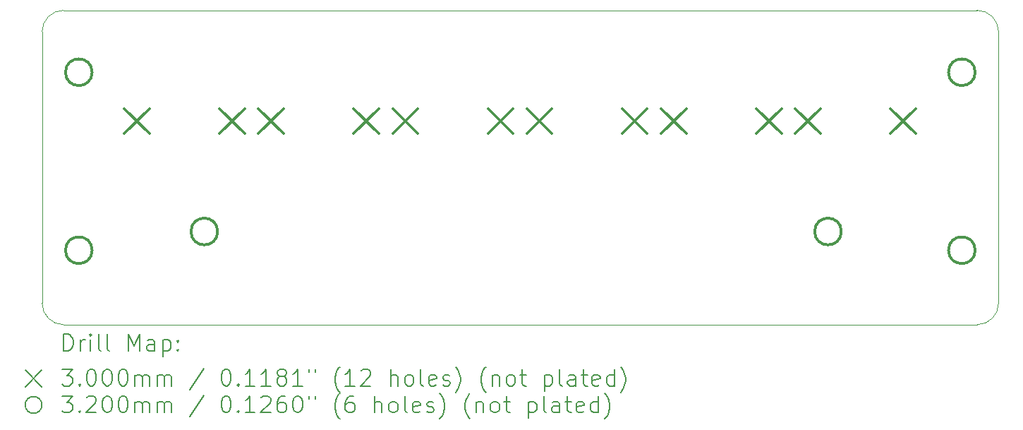
<source format=gbr>
%TF.GenerationSoftware,KiCad,Pcbnew,8.0.1*%
%TF.CreationDate,2024-07-20T21:14:03+01:00*%
%TF.ProjectId,MICRO_TRUNK_6_MAIN,4d494352-4f5f-4545-9255-4e4b5f365f4d,rev?*%
%TF.SameCoordinates,Original*%
%TF.FileFunction,Drillmap*%
%TF.FilePolarity,Positive*%
%FSLAX45Y45*%
G04 Gerber Fmt 4.5, Leading zero omitted, Abs format (unit mm)*
G04 Created by KiCad (PCBNEW 8.0.1) date 2024-07-20 21:14:03*
%MOMM*%
%LPD*%
G01*
G04 APERTURE LIST*
%ADD10C,0.050000*%
%ADD11C,0.200000*%
%ADD12C,0.300000*%
%ADD13C,0.320000*%
G04 APERTURE END LIST*
D10*
X8724396Y-7887735D02*
G75*
G02*
X8981374Y-7630239I257497J0D01*
G01*
X20202896Y-11142340D02*
G75*
G02*
X19945917Y-11399838I-257503J4D01*
G01*
X8981374Y-7630236D02*
X19945000Y-7630000D01*
X19945917Y-11399840D02*
X8981791Y-11399471D01*
X8981791Y-11399471D02*
G75*
G02*
X8724297Y-11142493I11J257506D01*
G01*
X8724292Y-11142493D02*
X8724396Y-7887735D01*
X19945000Y-7630000D02*
G75*
G02*
X20202508Y-7886979I-8J-257516D01*
G01*
X20202896Y-11142340D02*
X20202500Y-7886979D01*
D11*
D12*
X9710112Y-8807896D02*
X10010112Y-9107896D01*
X10010112Y-8807896D02*
X9710112Y-9107896D01*
X10853112Y-8807896D02*
X11153112Y-9107896D01*
X11153112Y-8807896D02*
X10853112Y-9107896D01*
X11321112Y-8807896D02*
X11621112Y-9107896D01*
X11621112Y-8807896D02*
X11321112Y-9107896D01*
X12464112Y-8807896D02*
X12764112Y-9107896D01*
X12764112Y-8807896D02*
X12464112Y-9107896D01*
X12932112Y-8807896D02*
X13232112Y-9107896D01*
X13232112Y-8807896D02*
X12932112Y-9107896D01*
X14075112Y-8807896D02*
X14375112Y-9107896D01*
X14375112Y-8807896D02*
X14075112Y-9107896D01*
X14543112Y-8807896D02*
X14843112Y-9107896D01*
X14843112Y-8807896D02*
X14543112Y-9107896D01*
X15686112Y-8807896D02*
X15986112Y-9107896D01*
X15986112Y-8807896D02*
X15686112Y-9107896D01*
X16154112Y-8807896D02*
X16454112Y-9107896D01*
X16454112Y-8807896D02*
X16154112Y-9107896D01*
X17297112Y-8807896D02*
X17597112Y-9107896D01*
X17597112Y-8807896D02*
X17297112Y-9107896D01*
X17765112Y-8807896D02*
X18065112Y-9107896D01*
X18065112Y-8807896D02*
X17765112Y-9107896D01*
X18908112Y-8807896D02*
X19208112Y-9107896D01*
X19208112Y-8807896D02*
X18908112Y-9107896D01*
D13*
X9324896Y-8372618D02*
G75*
G02*
X9004896Y-8372618I-160000J0D01*
G01*
X9004896Y-8372618D02*
G75*
G02*
X9324896Y-8372618I160000J0D01*
G01*
X9324896Y-10507222D02*
G75*
G02*
X9004896Y-10507222I-160000J0D01*
G01*
X9004896Y-10507222D02*
G75*
G02*
X9324896Y-10507222I160000J0D01*
G01*
X10831112Y-10282496D02*
G75*
G02*
X10511112Y-10282496I-160000J0D01*
G01*
X10511112Y-10282496D02*
G75*
G02*
X10831112Y-10282496I160000J0D01*
G01*
X18316112Y-10282496D02*
G75*
G02*
X17996112Y-10282496I-160000J0D01*
G01*
X17996112Y-10282496D02*
G75*
G02*
X18316112Y-10282496I160000J0D01*
G01*
X19921896Y-8372618D02*
G75*
G02*
X19601896Y-8372618I-160000J0D01*
G01*
X19601896Y-8372618D02*
G75*
G02*
X19921896Y-8372618I160000J0D01*
G01*
X19921896Y-10507222D02*
G75*
G02*
X19601896Y-10507222I-160000J0D01*
G01*
X19601896Y-10507222D02*
G75*
G02*
X19921896Y-10507222I160000J0D01*
G01*
D11*
X8982569Y-11713823D02*
X8982569Y-11513823D01*
X8982569Y-11513823D02*
X9030188Y-11513823D01*
X9030188Y-11513823D02*
X9058759Y-11523347D01*
X9058759Y-11523347D02*
X9077807Y-11542395D01*
X9077807Y-11542395D02*
X9087331Y-11561442D01*
X9087331Y-11561442D02*
X9096854Y-11599538D01*
X9096854Y-11599538D02*
X9096854Y-11628109D01*
X9096854Y-11628109D02*
X9087331Y-11666204D01*
X9087331Y-11666204D02*
X9077807Y-11685252D01*
X9077807Y-11685252D02*
X9058759Y-11704300D01*
X9058759Y-11704300D02*
X9030188Y-11713823D01*
X9030188Y-11713823D02*
X8982569Y-11713823D01*
X9182569Y-11713823D02*
X9182569Y-11580490D01*
X9182569Y-11618585D02*
X9192092Y-11599538D01*
X9192092Y-11599538D02*
X9201616Y-11590014D01*
X9201616Y-11590014D02*
X9220664Y-11580490D01*
X9220664Y-11580490D02*
X9239712Y-11580490D01*
X9306378Y-11713823D02*
X9306378Y-11580490D01*
X9306378Y-11513823D02*
X9296854Y-11523347D01*
X9296854Y-11523347D02*
X9306378Y-11532871D01*
X9306378Y-11532871D02*
X9315902Y-11523347D01*
X9315902Y-11523347D02*
X9306378Y-11513823D01*
X9306378Y-11513823D02*
X9306378Y-11532871D01*
X9430188Y-11713823D02*
X9411140Y-11704300D01*
X9411140Y-11704300D02*
X9401616Y-11685252D01*
X9401616Y-11685252D02*
X9401616Y-11513823D01*
X9534950Y-11713823D02*
X9515902Y-11704300D01*
X9515902Y-11704300D02*
X9506378Y-11685252D01*
X9506378Y-11685252D02*
X9506378Y-11513823D01*
X9763521Y-11713823D02*
X9763521Y-11513823D01*
X9763521Y-11513823D02*
X9830188Y-11656680D01*
X9830188Y-11656680D02*
X9896854Y-11513823D01*
X9896854Y-11513823D02*
X9896854Y-11713823D01*
X10077807Y-11713823D02*
X10077807Y-11609061D01*
X10077807Y-11609061D02*
X10068283Y-11590014D01*
X10068283Y-11590014D02*
X10049235Y-11580490D01*
X10049235Y-11580490D02*
X10011140Y-11580490D01*
X10011140Y-11580490D02*
X9992092Y-11590014D01*
X10077807Y-11704300D02*
X10058759Y-11713823D01*
X10058759Y-11713823D02*
X10011140Y-11713823D01*
X10011140Y-11713823D02*
X9992092Y-11704300D01*
X9992092Y-11704300D02*
X9982569Y-11685252D01*
X9982569Y-11685252D02*
X9982569Y-11666204D01*
X9982569Y-11666204D02*
X9992092Y-11647157D01*
X9992092Y-11647157D02*
X10011140Y-11637633D01*
X10011140Y-11637633D02*
X10058759Y-11637633D01*
X10058759Y-11637633D02*
X10077807Y-11628109D01*
X10173045Y-11580490D02*
X10173045Y-11780490D01*
X10173045Y-11590014D02*
X10192092Y-11580490D01*
X10192092Y-11580490D02*
X10230188Y-11580490D01*
X10230188Y-11580490D02*
X10249235Y-11590014D01*
X10249235Y-11590014D02*
X10258759Y-11599538D01*
X10258759Y-11599538D02*
X10268283Y-11618585D01*
X10268283Y-11618585D02*
X10268283Y-11675728D01*
X10268283Y-11675728D02*
X10258759Y-11694776D01*
X10258759Y-11694776D02*
X10249235Y-11704300D01*
X10249235Y-11704300D02*
X10230188Y-11713823D01*
X10230188Y-11713823D02*
X10192092Y-11713823D01*
X10192092Y-11713823D02*
X10173045Y-11704300D01*
X10353997Y-11694776D02*
X10363521Y-11704300D01*
X10363521Y-11704300D02*
X10353997Y-11713823D01*
X10353997Y-11713823D02*
X10344473Y-11704300D01*
X10344473Y-11704300D02*
X10353997Y-11694776D01*
X10353997Y-11694776D02*
X10353997Y-11713823D01*
X10353997Y-11590014D02*
X10363521Y-11599538D01*
X10363521Y-11599538D02*
X10353997Y-11609061D01*
X10353997Y-11609061D02*
X10344473Y-11599538D01*
X10344473Y-11599538D02*
X10353997Y-11590014D01*
X10353997Y-11590014D02*
X10353997Y-11609061D01*
X8521792Y-11942340D02*
X8721792Y-12142340D01*
X8721792Y-11942340D02*
X8521792Y-12142340D01*
X8963521Y-11933823D02*
X9087331Y-11933823D01*
X9087331Y-11933823D02*
X9020664Y-12010014D01*
X9020664Y-12010014D02*
X9049235Y-12010014D01*
X9049235Y-12010014D02*
X9068283Y-12019538D01*
X9068283Y-12019538D02*
X9077807Y-12029061D01*
X9077807Y-12029061D02*
X9087331Y-12048109D01*
X9087331Y-12048109D02*
X9087331Y-12095728D01*
X9087331Y-12095728D02*
X9077807Y-12114776D01*
X9077807Y-12114776D02*
X9068283Y-12124300D01*
X9068283Y-12124300D02*
X9049235Y-12133823D01*
X9049235Y-12133823D02*
X8992092Y-12133823D01*
X8992092Y-12133823D02*
X8973045Y-12124300D01*
X8973045Y-12124300D02*
X8963521Y-12114776D01*
X9173045Y-12114776D02*
X9182569Y-12124300D01*
X9182569Y-12124300D02*
X9173045Y-12133823D01*
X9173045Y-12133823D02*
X9163521Y-12124300D01*
X9163521Y-12124300D02*
X9173045Y-12114776D01*
X9173045Y-12114776D02*
X9173045Y-12133823D01*
X9306378Y-11933823D02*
X9325426Y-11933823D01*
X9325426Y-11933823D02*
X9344473Y-11943347D01*
X9344473Y-11943347D02*
X9353997Y-11952871D01*
X9353997Y-11952871D02*
X9363521Y-11971919D01*
X9363521Y-11971919D02*
X9373045Y-12010014D01*
X9373045Y-12010014D02*
X9373045Y-12057633D01*
X9373045Y-12057633D02*
X9363521Y-12095728D01*
X9363521Y-12095728D02*
X9353997Y-12114776D01*
X9353997Y-12114776D02*
X9344473Y-12124300D01*
X9344473Y-12124300D02*
X9325426Y-12133823D01*
X9325426Y-12133823D02*
X9306378Y-12133823D01*
X9306378Y-12133823D02*
X9287331Y-12124300D01*
X9287331Y-12124300D02*
X9277807Y-12114776D01*
X9277807Y-12114776D02*
X9268283Y-12095728D01*
X9268283Y-12095728D02*
X9258759Y-12057633D01*
X9258759Y-12057633D02*
X9258759Y-12010014D01*
X9258759Y-12010014D02*
X9268283Y-11971919D01*
X9268283Y-11971919D02*
X9277807Y-11952871D01*
X9277807Y-11952871D02*
X9287331Y-11943347D01*
X9287331Y-11943347D02*
X9306378Y-11933823D01*
X9496854Y-11933823D02*
X9515902Y-11933823D01*
X9515902Y-11933823D02*
X9534950Y-11943347D01*
X9534950Y-11943347D02*
X9544473Y-11952871D01*
X9544473Y-11952871D02*
X9553997Y-11971919D01*
X9553997Y-11971919D02*
X9563521Y-12010014D01*
X9563521Y-12010014D02*
X9563521Y-12057633D01*
X9563521Y-12057633D02*
X9553997Y-12095728D01*
X9553997Y-12095728D02*
X9544473Y-12114776D01*
X9544473Y-12114776D02*
X9534950Y-12124300D01*
X9534950Y-12124300D02*
X9515902Y-12133823D01*
X9515902Y-12133823D02*
X9496854Y-12133823D01*
X9496854Y-12133823D02*
X9477807Y-12124300D01*
X9477807Y-12124300D02*
X9468283Y-12114776D01*
X9468283Y-12114776D02*
X9458759Y-12095728D01*
X9458759Y-12095728D02*
X9449235Y-12057633D01*
X9449235Y-12057633D02*
X9449235Y-12010014D01*
X9449235Y-12010014D02*
X9458759Y-11971919D01*
X9458759Y-11971919D02*
X9468283Y-11952871D01*
X9468283Y-11952871D02*
X9477807Y-11943347D01*
X9477807Y-11943347D02*
X9496854Y-11933823D01*
X9687331Y-11933823D02*
X9706378Y-11933823D01*
X9706378Y-11933823D02*
X9725426Y-11943347D01*
X9725426Y-11943347D02*
X9734950Y-11952871D01*
X9734950Y-11952871D02*
X9744473Y-11971919D01*
X9744473Y-11971919D02*
X9753997Y-12010014D01*
X9753997Y-12010014D02*
X9753997Y-12057633D01*
X9753997Y-12057633D02*
X9744473Y-12095728D01*
X9744473Y-12095728D02*
X9734950Y-12114776D01*
X9734950Y-12114776D02*
X9725426Y-12124300D01*
X9725426Y-12124300D02*
X9706378Y-12133823D01*
X9706378Y-12133823D02*
X9687331Y-12133823D01*
X9687331Y-12133823D02*
X9668283Y-12124300D01*
X9668283Y-12124300D02*
X9658759Y-12114776D01*
X9658759Y-12114776D02*
X9649235Y-12095728D01*
X9649235Y-12095728D02*
X9639712Y-12057633D01*
X9639712Y-12057633D02*
X9639712Y-12010014D01*
X9639712Y-12010014D02*
X9649235Y-11971919D01*
X9649235Y-11971919D02*
X9658759Y-11952871D01*
X9658759Y-11952871D02*
X9668283Y-11943347D01*
X9668283Y-11943347D02*
X9687331Y-11933823D01*
X9839712Y-12133823D02*
X9839712Y-12000490D01*
X9839712Y-12019538D02*
X9849235Y-12010014D01*
X9849235Y-12010014D02*
X9868283Y-12000490D01*
X9868283Y-12000490D02*
X9896854Y-12000490D01*
X9896854Y-12000490D02*
X9915902Y-12010014D01*
X9915902Y-12010014D02*
X9925426Y-12029061D01*
X9925426Y-12029061D02*
X9925426Y-12133823D01*
X9925426Y-12029061D02*
X9934950Y-12010014D01*
X9934950Y-12010014D02*
X9953997Y-12000490D01*
X9953997Y-12000490D02*
X9982569Y-12000490D01*
X9982569Y-12000490D02*
X10001616Y-12010014D01*
X10001616Y-12010014D02*
X10011140Y-12029061D01*
X10011140Y-12029061D02*
X10011140Y-12133823D01*
X10106378Y-12133823D02*
X10106378Y-12000490D01*
X10106378Y-12019538D02*
X10115902Y-12010014D01*
X10115902Y-12010014D02*
X10134950Y-12000490D01*
X10134950Y-12000490D02*
X10163521Y-12000490D01*
X10163521Y-12000490D02*
X10182569Y-12010014D01*
X10182569Y-12010014D02*
X10192093Y-12029061D01*
X10192093Y-12029061D02*
X10192093Y-12133823D01*
X10192093Y-12029061D02*
X10201616Y-12010014D01*
X10201616Y-12010014D02*
X10220664Y-12000490D01*
X10220664Y-12000490D02*
X10249235Y-12000490D01*
X10249235Y-12000490D02*
X10268283Y-12010014D01*
X10268283Y-12010014D02*
X10277807Y-12029061D01*
X10277807Y-12029061D02*
X10277807Y-12133823D01*
X10668283Y-11924300D02*
X10496855Y-12181442D01*
X10925426Y-11933823D02*
X10944474Y-11933823D01*
X10944474Y-11933823D02*
X10963521Y-11943347D01*
X10963521Y-11943347D02*
X10973045Y-11952871D01*
X10973045Y-11952871D02*
X10982569Y-11971919D01*
X10982569Y-11971919D02*
X10992093Y-12010014D01*
X10992093Y-12010014D02*
X10992093Y-12057633D01*
X10992093Y-12057633D02*
X10982569Y-12095728D01*
X10982569Y-12095728D02*
X10973045Y-12114776D01*
X10973045Y-12114776D02*
X10963521Y-12124300D01*
X10963521Y-12124300D02*
X10944474Y-12133823D01*
X10944474Y-12133823D02*
X10925426Y-12133823D01*
X10925426Y-12133823D02*
X10906378Y-12124300D01*
X10906378Y-12124300D02*
X10896855Y-12114776D01*
X10896855Y-12114776D02*
X10887331Y-12095728D01*
X10887331Y-12095728D02*
X10877807Y-12057633D01*
X10877807Y-12057633D02*
X10877807Y-12010014D01*
X10877807Y-12010014D02*
X10887331Y-11971919D01*
X10887331Y-11971919D02*
X10896855Y-11952871D01*
X10896855Y-11952871D02*
X10906378Y-11943347D01*
X10906378Y-11943347D02*
X10925426Y-11933823D01*
X11077807Y-12114776D02*
X11087331Y-12124300D01*
X11087331Y-12124300D02*
X11077807Y-12133823D01*
X11077807Y-12133823D02*
X11068283Y-12124300D01*
X11068283Y-12124300D02*
X11077807Y-12114776D01*
X11077807Y-12114776D02*
X11077807Y-12133823D01*
X11277807Y-12133823D02*
X11163521Y-12133823D01*
X11220664Y-12133823D02*
X11220664Y-11933823D01*
X11220664Y-11933823D02*
X11201616Y-11962395D01*
X11201616Y-11962395D02*
X11182569Y-11981442D01*
X11182569Y-11981442D02*
X11163521Y-11990966D01*
X11468283Y-12133823D02*
X11353997Y-12133823D01*
X11411140Y-12133823D02*
X11411140Y-11933823D01*
X11411140Y-11933823D02*
X11392093Y-11962395D01*
X11392093Y-11962395D02*
X11373045Y-11981442D01*
X11373045Y-11981442D02*
X11353997Y-11990966D01*
X11582569Y-12019538D02*
X11563521Y-12010014D01*
X11563521Y-12010014D02*
X11553997Y-12000490D01*
X11553997Y-12000490D02*
X11544474Y-11981442D01*
X11544474Y-11981442D02*
X11544474Y-11971919D01*
X11544474Y-11971919D02*
X11553997Y-11952871D01*
X11553997Y-11952871D02*
X11563521Y-11943347D01*
X11563521Y-11943347D02*
X11582569Y-11933823D01*
X11582569Y-11933823D02*
X11620664Y-11933823D01*
X11620664Y-11933823D02*
X11639712Y-11943347D01*
X11639712Y-11943347D02*
X11649235Y-11952871D01*
X11649235Y-11952871D02*
X11658759Y-11971919D01*
X11658759Y-11971919D02*
X11658759Y-11981442D01*
X11658759Y-11981442D02*
X11649235Y-12000490D01*
X11649235Y-12000490D02*
X11639712Y-12010014D01*
X11639712Y-12010014D02*
X11620664Y-12019538D01*
X11620664Y-12019538D02*
X11582569Y-12019538D01*
X11582569Y-12019538D02*
X11563521Y-12029061D01*
X11563521Y-12029061D02*
X11553997Y-12038585D01*
X11553997Y-12038585D02*
X11544474Y-12057633D01*
X11544474Y-12057633D02*
X11544474Y-12095728D01*
X11544474Y-12095728D02*
X11553997Y-12114776D01*
X11553997Y-12114776D02*
X11563521Y-12124300D01*
X11563521Y-12124300D02*
X11582569Y-12133823D01*
X11582569Y-12133823D02*
X11620664Y-12133823D01*
X11620664Y-12133823D02*
X11639712Y-12124300D01*
X11639712Y-12124300D02*
X11649235Y-12114776D01*
X11649235Y-12114776D02*
X11658759Y-12095728D01*
X11658759Y-12095728D02*
X11658759Y-12057633D01*
X11658759Y-12057633D02*
X11649235Y-12038585D01*
X11649235Y-12038585D02*
X11639712Y-12029061D01*
X11639712Y-12029061D02*
X11620664Y-12019538D01*
X11849235Y-12133823D02*
X11734950Y-12133823D01*
X11792093Y-12133823D02*
X11792093Y-11933823D01*
X11792093Y-11933823D02*
X11773045Y-11962395D01*
X11773045Y-11962395D02*
X11753997Y-11981442D01*
X11753997Y-11981442D02*
X11734950Y-11990966D01*
X11925426Y-11933823D02*
X11925426Y-11971919D01*
X12001616Y-11933823D02*
X12001616Y-11971919D01*
X12296855Y-12210014D02*
X12287331Y-12200490D01*
X12287331Y-12200490D02*
X12268283Y-12171919D01*
X12268283Y-12171919D02*
X12258759Y-12152871D01*
X12258759Y-12152871D02*
X12249236Y-12124300D01*
X12249236Y-12124300D02*
X12239712Y-12076680D01*
X12239712Y-12076680D02*
X12239712Y-12038585D01*
X12239712Y-12038585D02*
X12249236Y-11990966D01*
X12249236Y-11990966D02*
X12258759Y-11962395D01*
X12258759Y-11962395D02*
X12268283Y-11943347D01*
X12268283Y-11943347D02*
X12287331Y-11914776D01*
X12287331Y-11914776D02*
X12296855Y-11905252D01*
X12477807Y-12133823D02*
X12363521Y-12133823D01*
X12420664Y-12133823D02*
X12420664Y-11933823D01*
X12420664Y-11933823D02*
X12401616Y-11962395D01*
X12401616Y-11962395D02*
X12382569Y-11981442D01*
X12382569Y-11981442D02*
X12363521Y-11990966D01*
X12553997Y-11952871D02*
X12563521Y-11943347D01*
X12563521Y-11943347D02*
X12582569Y-11933823D01*
X12582569Y-11933823D02*
X12630188Y-11933823D01*
X12630188Y-11933823D02*
X12649236Y-11943347D01*
X12649236Y-11943347D02*
X12658759Y-11952871D01*
X12658759Y-11952871D02*
X12668283Y-11971919D01*
X12668283Y-11971919D02*
X12668283Y-11990966D01*
X12668283Y-11990966D02*
X12658759Y-12019538D01*
X12658759Y-12019538D02*
X12544474Y-12133823D01*
X12544474Y-12133823D02*
X12668283Y-12133823D01*
X12906378Y-12133823D02*
X12906378Y-11933823D01*
X12992093Y-12133823D02*
X12992093Y-12029061D01*
X12992093Y-12029061D02*
X12982569Y-12010014D01*
X12982569Y-12010014D02*
X12963521Y-12000490D01*
X12963521Y-12000490D02*
X12934950Y-12000490D01*
X12934950Y-12000490D02*
X12915902Y-12010014D01*
X12915902Y-12010014D02*
X12906378Y-12019538D01*
X13115902Y-12133823D02*
X13096855Y-12124300D01*
X13096855Y-12124300D02*
X13087331Y-12114776D01*
X13087331Y-12114776D02*
X13077807Y-12095728D01*
X13077807Y-12095728D02*
X13077807Y-12038585D01*
X13077807Y-12038585D02*
X13087331Y-12019538D01*
X13087331Y-12019538D02*
X13096855Y-12010014D01*
X13096855Y-12010014D02*
X13115902Y-12000490D01*
X13115902Y-12000490D02*
X13144474Y-12000490D01*
X13144474Y-12000490D02*
X13163521Y-12010014D01*
X13163521Y-12010014D02*
X13173045Y-12019538D01*
X13173045Y-12019538D02*
X13182569Y-12038585D01*
X13182569Y-12038585D02*
X13182569Y-12095728D01*
X13182569Y-12095728D02*
X13173045Y-12114776D01*
X13173045Y-12114776D02*
X13163521Y-12124300D01*
X13163521Y-12124300D02*
X13144474Y-12133823D01*
X13144474Y-12133823D02*
X13115902Y-12133823D01*
X13296855Y-12133823D02*
X13277807Y-12124300D01*
X13277807Y-12124300D02*
X13268283Y-12105252D01*
X13268283Y-12105252D02*
X13268283Y-11933823D01*
X13449236Y-12124300D02*
X13430188Y-12133823D01*
X13430188Y-12133823D02*
X13392093Y-12133823D01*
X13392093Y-12133823D02*
X13373045Y-12124300D01*
X13373045Y-12124300D02*
X13363521Y-12105252D01*
X13363521Y-12105252D02*
X13363521Y-12029061D01*
X13363521Y-12029061D02*
X13373045Y-12010014D01*
X13373045Y-12010014D02*
X13392093Y-12000490D01*
X13392093Y-12000490D02*
X13430188Y-12000490D01*
X13430188Y-12000490D02*
X13449236Y-12010014D01*
X13449236Y-12010014D02*
X13458759Y-12029061D01*
X13458759Y-12029061D02*
X13458759Y-12048109D01*
X13458759Y-12048109D02*
X13363521Y-12067157D01*
X13534950Y-12124300D02*
X13553998Y-12133823D01*
X13553998Y-12133823D02*
X13592093Y-12133823D01*
X13592093Y-12133823D02*
X13611140Y-12124300D01*
X13611140Y-12124300D02*
X13620664Y-12105252D01*
X13620664Y-12105252D02*
X13620664Y-12095728D01*
X13620664Y-12095728D02*
X13611140Y-12076680D01*
X13611140Y-12076680D02*
X13592093Y-12067157D01*
X13592093Y-12067157D02*
X13563521Y-12067157D01*
X13563521Y-12067157D02*
X13544474Y-12057633D01*
X13544474Y-12057633D02*
X13534950Y-12038585D01*
X13534950Y-12038585D02*
X13534950Y-12029061D01*
X13534950Y-12029061D02*
X13544474Y-12010014D01*
X13544474Y-12010014D02*
X13563521Y-12000490D01*
X13563521Y-12000490D02*
X13592093Y-12000490D01*
X13592093Y-12000490D02*
X13611140Y-12010014D01*
X13687331Y-12210014D02*
X13696855Y-12200490D01*
X13696855Y-12200490D02*
X13715902Y-12171919D01*
X13715902Y-12171919D02*
X13725426Y-12152871D01*
X13725426Y-12152871D02*
X13734950Y-12124300D01*
X13734950Y-12124300D02*
X13744474Y-12076680D01*
X13744474Y-12076680D02*
X13744474Y-12038585D01*
X13744474Y-12038585D02*
X13734950Y-11990966D01*
X13734950Y-11990966D02*
X13725426Y-11962395D01*
X13725426Y-11962395D02*
X13715902Y-11943347D01*
X13715902Y-11943347D02*
X13696855Y-11914776D01*
X13696855Y-11914776D02*
X13687331Y-11905252D01*
X14049236Y-12210014D02*
X14039712Y-12200490D01*
X14039712Y-12200490D02*
X14020664Y-12171919D01*
X14020664Y-12171919D02*
X14011140Y-12152871D01*
X14011140Y-12152871D02*
X14001617Y-12124300D01*
X14001617Y-12124300D02*
X13992093Y-12076680D01*
X13992093Y-12076680D02*
X13992093Y-12038585D01*
X13992093Y-12038585D02*
X14001617Y-11990966D01*
X14001617Y-11990966D02*
X14011140Y-11962395D01*
X14011140Y-11962395D02*
X14020664Y-11943347D01*
X14020664Y-11943347D02*
X14039712Y-11914776D01*
X14039712Y-11914776D02*
X14049236Y-11905252D01*
X14125426Y-12000490D02*
X14125426Y-12133823D01*
X14125426Y-12019538D02*
X14134950Y-12010014D01*
X14134950Y-12010014D02*
X14153998Y-12000490D01*
X14153998Y-12000490D02*
X14182569Y-12000490D01*
X14182569Y-12000490D02*
X14201617Y-12010014D01*
X14201617Y-12010014D02*
X14211140Y-12029061D01*
X14211140Y-12029061D02*
X14211140Y-12133823D01*
X14334950Y-12133823D02*
X14315902Y-12124300D01*
X14315902Y-12124300D02*
X14306379Y-12114776D01*
X14306379Y-12114776D02*
X14296855Y-12095728D01*
X14296855Y-12095728D02*
X14296855Y-12038585D01*
X14296855Y-12038585D02*
X14306379Y-12019538D01*
X14306379Y-12019538D02*
X14315902Y-12010014D01*
X14315902Y-12010014D02*
X14334950Y-12000490D01*
X14334950Y-12000490D02*
X14363521Y-12000490D01*
X14363521Y-12000490D02*
X14382569Y-12010014D01*
X14382569Y-12010014D02*
X14392093Y-12019538D01*
X14392093Y-12019538D02*
X14401617Y-12038585D01*
X14401617Y-12038585D02*
X14401617Y-12095728D01*
X14401617Y-12095728D02*
X14392093Y-12114776D01*
X14392093Y-12114776D02*
X14382569Y-12124300D01*
X14382569Y-12124300D02*
X14363521Y-12133823D01*
X14363521Y-12133823D02*
X14334950Y-12133823D01*
X14458760Y-12000490D02*
X14534950Y-12000490D01*
X14487331Y-11933823D02*
X14487331Y-12105252D01*
X14487331Y-12105252D02*
X14496855Y-12124300D01*
X14496855Y-12124300D02*
X14515902Y-12133823D01*
X14515902Y-12133823D02*
X14534950Y-12133823D01*
X14753998Y-12000490D02*
X14753998Y-12200490D01*
X14753998Y-12010014D02*
X14773045Y-12000490D01*
X14773045Y-12000490D02*
X14811141Y-12000490D01*
X14811141Y-12000490D02*
X14830188Y-12010014D01*
X14830188Y-12010014D02*
X14839712Y-12019538D01*
X14839712Y-12019538D02*
X14849236Y-12038585D01*
X14849236Y-12038585D02*
X14849236Y-12095728D01*
X14849236Y-12095728D02*
X14839712Y-12114776D01*
X14839712Y-12114776D02*
X14830188Y-12124300D01*
X14830188Y-12124300D02*
X14811141Y-12133823D01*
X14811141Y-12133823D02*
X14773045Y-12133823D01*
X14773045Y-12133823D02*
X14753998Y-12124300D01*
X14963521Y-12133823D02*
X14944474Y-12124300D01*
X14944474Y-12124300D02*
X14934950Y-12105252D01*
X14934950Y-12105252D02*
X14934950Y-11933823D01*
X15125426Y-12133823D02*
X15125426Y-12029061D01*
X15125426Y-12029061D02*
X15115902Y-12010014D01*
X15115902Y-12010014D02*
X15096855Y-12000490D01*
X15096855Y-12000490D02*
X15058760Y-12000490D01*
X15058760Y-12000490D02*
X15039712Y-12010014D01*
X15125426Y-12124300D02*
X15106379Y-12133823D01*
X15106379Y-12133823D02*
X15058760Y-12133823D01*
X15058760Y-12133823D02*
X15039712Y-12124300D01*
X15039712Y-12124300D02*
X15030188Y-12105252D01*
X15030188Y-12105252D02*
X15030188Y-12086204D01*
X15030188Y-12086204D02*
X15039712Y-12067157D01*
X15039712Y-12067157D02*
X15058760Y-12057633D01*
X15058760Y-12057633D02*
X15106379Y-12057633D01*
X15106379Y-12057633D02*
X15125426Y-12048109D01*
X15192093Y-12000490D02*
X15268283Y-12000490D01*
X15220664Y-11933823D02*
X15220664Y-12105252D01*
X15220664Y-12105252D02*
X15230188Y-12124300D01*
X15230188Y-12124300D02*
X15249236Y-12133823D01*
X15249236Y-12133823D02*
X15268283Y-12133823D01*
X15411141Y-12124300D02*
X15392093Y-12133823D01*
X15392093Y-12133823D02*
X15353998Y-12133823D01*
X15353998Y-12133823D02*
X15334950Y-12124300D01*
X15334950Y-12124300D02*
X15325426Y-12105252D01*
X15325426Y-12105252D02*
X15325426Y-12029061D01*
X15325426Y-12029061D02*
X15334950Y-12010014D01*
X15334950Y-12010014D02*
X15353998Y-12000490D01*
X15353998Y-12000490D02*
X15392093Y-12000490D01*
X15392093Y-12000490D02*
X15411141Y-12010014D01*
X15411141Y-12010014D02*
X15420664Y-12029061D01*
X15420664Y-12029061D02*
X15420664Y-12048109D01*
X15420664Y-12048109D02*
X15325426Y-12067157D01*
X15592093Y-12133823D02*
X15592093Y-11933823D01*
X15592093Y-12124300D02*
X15573045Y-12133823D01*
X15573045Y-12133823D02*
X15534950Y-12133823D01*
X15534950Y-12133823D02*
X15515902Y-12124300D01*
X15515902Y-12124300D02*
X15506379Y-12114776D01*
X15506379Y-12114776D02*
X15496855Y-12095728D01*
X15496855Y-12095728D02*
X15496855Y-12038585D01*
X15496855Y-12038585D02*
X15506379Y-12019538D01*
X15506379Y-12019538D02*
X15515902Y-12010014D01*
X15515902Y-12010014D02*
X15534950Y-12000490D01*
X15534950Y-12000490D02*
X15573045Y-12000490D01*
X15573045Y-12000490D02*
X15592093Y-12010014D01*
X15668283Y-12210014D02*
X15677807Y-12200490D01*
X15677807Y-12200490D02*
X15696855Y-12171919D01*
X15696855Y-12171919D02*
X15706379Y-12152871D01*
X15706379Y-12152871D02*
X15715902Y-12124300D01*
X15715902Y-12124300D02*
X15725426Y-12076680D01*
X15725426Y-12076680D02*
X15725426Y-12038585D01*
X15725426Y-12038585D02*
X15715902Y-11990966D01*
X15715902Y-11990966D02*
X15706379Y-11962395D01*
X15706379Y-11962395D02*
X15696855Y-11943347D01*
X15696855Y-11943347D02*
X15677807Y-11914776D01*
X15677807Y-11914776D02*
X15668283Y-11905252D01*
X8721792Y-12362340D02*
G75*
G02*
X8521792Y-12362340I-100000J0D01*
G01*
X8521792Y-12362340D02*
G75*
G02*
X8721792Y-12362340I100000J0D01*
G01*
X8963521Y-12253823D02*
X9087331Y-12253823D01*
X9087331Y-12253823D02*
X9020664Y-12330014D01*
X9020664Y-12330014D02*
X9049235Y-12330014D01*
X9049235Y-12330014D02*
X9068283Y-12339538D01*
X9068283Y-12339538D02*
X9077807Y-12349061D01*
X9077807Y-12349061D02*
X9087331Y-12368109D01*
X9087331Y-12368109D02*
X9087331Y-12415728D01*
X9087331Y-12415728D02*
X9077807Y-12434776D01*
X9077807Y-12434776D02*
X9068283Y-12444300D01*
X9068283Y-12444300D02*
X9049235Y-12453823D01*
X9049235Y-12453823D02*
X8992092Y-12453823D01*
X8992092Y-12453823D02*
X8973045Y-12444300D01*
X8973045Y-12444300D02*
X8963521Y-12434776D01*
X9173045Y-12434776D02*
X9182569Y-12444300D01*
X9182569Y-12444300D02*
X9173045Y-12453823D01*
X9173045Y-12453823D02*
X9163521Y-12444300D01*
X9163521Y-12444300D02*
X9173045Y-12434776D01*
X9173045Y-12434776D02*
X9173045Y-12453823D01*
X9258759Y-12272871D02*
X9268283Y-12263347D01*
X9268283Y-12263347D02*
X9287331Y-12253823D01*
X9287331Y-12253823D02*
X9334950Y-12253823D01*
X9334950Y-12253823D02*
X9353997Y-12263347D01*
X9353997Y-12263347D02*
X9363521Y-12272871D01*
X9363521Y-12272871D02*
X9373045Y-12291919D01*
X9373045Y-12291919D02*
X9373045Y-12310966D01*
X9373045Y-12310966D02*
X9363521Y-12339538D01*
X9363521Y-12339538D02*
X9249235Y-12453823D01*
X9249235Y-12453823D02*
X9373045Y-12453823D01*
X9496854Y-12253823D02*
X9515902Y-12253823D01*
X9515902Y-12253823D02*
X9534950Y-12263347D01*
X9534950Y-12263347D02*
X9544473Y-12272871D01*
X9544473Y-12272871D02*
X9553997Y-12291919D01*
X9553997Y-12291919D02*
X9563521Y-12330014D01*
X9563521Y-12330014D02*
X9563521Y-12377633D01*
X9563521Y-12377633D02*
X9553997Y-12415728D01*
X9553997Y-12415728D02*
X9544473Y-12434776D01*
X9544473Y-12434776D02*
X9534950Y-12444300D01*
X9534950Y-12444300D02*
X9515902Y-12453823D01*
X9515902Y-12453823D02*
X9496854Y-12453823D01*
X9496854Y-12453823D02*
X9477807Y-12444300D01*
X9477807Y-12444300D02*
X9468283Y-12434776D01*
X9468283Y-12434776D02*
X9458759Y-12415728D01*
X9458759Y-12415728D02*
X9449235Y-12377633D01*
X9449235Y-12377633D02*
X9449235Y-12330014D01*
X9449235Y-12330014D02*
X9458759Y-12291919D01*
X9458759Y-12291919D02*
X9468283Y-12272871D01*
X9468283Y-12272871D02*
X9477807Y-12263347D01*
X9477807Y-12263347D02*
X9496854Y-12253823D01*
X9687331Y-12253823D02*
X9706378Y-12253823D01*
X9706378Y-12253823D02*
X9725426Y-12263347D01*
X9725426Y-12263347D02*
X9734950Y-12272871D01*
X9734950Y-12272871D02*
X9744473Y-12291919D01*
X9744473Y-12291919D02*
X9753997Y-12330014D01*
X9753997Y-12330014D02*
X9753997Y-12377633D01*
X9753997Y-12377633D02*
X9744473Y-12415728D01*
X9744473Y-12415728D02*
X9734950Y-12434776D01*
X9734950Y-12434776D02*
X9725426Y-12444300D01*
X9725426Y-12444300D02*
X9706378Y-12453823D01*
X9706378Y-12453823D02*
X9687331Y-12453823D01*
X9687331Y-12453823D02*
X9668283Y-12444300D01*
X9668283Y-12444300D02*
X9658759Y-12434776D01*
X9658759Y-12434776D02*
X9649235Y-12415728D01*
X9649235Y-12415728D02*
X9639712Y-12377633D01*
X9639712Y-12377633D02*
X9639712Y-12330014D01*
X9639712Y-12330014D02*
X9649235Y-12291919D01*
X9649235Y-12291919D02*
X9658759Y-12272871D01*
X9658759Y-12272871D02*
X9668283Y-12263347D01*
X9668283Y-12263347D02*
X9687331Y-12253823D01*
X9839712Y-12453823D02*
X9839712Y-12320490D01*
X9839712Y-12339538D02*
X9849235Y-12330014D01*
X9849235Y-12330014D02*
X9868283Y-12320490D01*
X9868283Y-12320490D02*
X9896854Y-12320490D01*
X9896854Y-12320490D02*
X9915902Y-12330014D01*
X9915902Y-12330014D02*
X9925426Y-12349061D01*
X9925426Y-12349061D02*
X9925426Y-12453823D01*
X9925426Y-12349061D02*
X9934950Y-12330014D01*
X9934950Y-12330014D02*
X9953997Y-12320490D01*
X9953997Y-12320490D02*
X9982569Y-12320490D01*
X9982569Y-12320490D02*
X10001616Y-12330014D01*
X10001616Y-12330014D02*
X10011140Y-12349061D01*
X10011140Y-12349061D02*
X10011140Y-12453823D01*
X10106378Y-12453823D02*
X10106378Y-12320490D01*
X10106378Y-12339538D02*
X10115902Y-12330014D01*
X10115902Y-12330014D02*
X10134950Y-12320490D01*
X10134950Y-12320490D02*
X10163521Y-12320490D01*
X10163521Y-12320490D02*
X10182569Y-12330014D01*
X10182569Y-12330014D02*
X10192093Y-12349061D01*
X10192093Y-12349061D02*
X10192093Y-12453823D01*
X10192093Y-12349061D02*
X10201616Y-12330014D01*
X10201616Y-12330014D02*
X10220664Y-12320490D01*
X10220664Y-12320490D02*
X10249235Y-12320490D01*
X10249235Y-12320490D02*
X10268283Y-12330014D01*
X10268283Y-12330014D02*
X10277807Y-12349061D01*
X10277807Y-12349061D02*
X10277807Y-12453823D01*
X10668283Y-12244300D02*
X10496855Y-12501442D01*
X10925426Y-12253823D02*
X10944474Y-12253823D01*
X10944474Y-12253823D02*
X10963521Y-12263347D01*
X10963521Y-12263347D02*
X10973045Y-12272871D01*
X10973045Y-12272871D02*
X10982569Y-12291919D01*
X10982569Y-12291919D02*
X10992093Y-12330014D01*
X10992093Y-12330014D02*
X10992093Y-12377633D01*
X10992093Y-12377633D02*
X10982569Y-12415728D01*
X10982569Y-12415728D02*
X10973045Y-12434776D01*
X10973045Y-12434776D02*
X10963521Y-12444300D01*
X10963521Y-12444300D02*
X10944474Y-12453823D01*
X10944474Y-12453823D02*
X10925426Y-12453823D01*
X10925426Y-12453823D02*
X10906378Y-12444300D01*
X10906378Y-12444300D02*
X10896855Y-12434776D01*
X10896855Y-12434776D02*
X10887331Y-12415728D01*
X10887331Y-12415728D02*
X10877807Y-12377633D01*
X10877807Y-12377633D02*
X10877807Y-12330014D01*
X10877807Y-12330014D02*
X10887331Y-12291919D01*
X10887331Y-12291919D02*
X10896855Y-12272871D01*
X10896855Y-12272871D02*
X10906378Y-12263347D01*
X10906378Y-12263347D02*
X10925426Y-12253823D01*
X11077807Y-12434776D02*
X11087331Y-12444300D01*
X11087331Y-12444300D02*
X11077807Y-12453823D01*
X11077807Y-12453823D02*
X11068283Y-12444300D01*
X11068283Y-12444300D02*
X11077807Y-12434776D01*
X11077807Y-12434776D02*
X11077807Y-12453823D01*
X11277807Y-12453823D02*
X11163521Y-12453823D01*
X11220664Y-12453823D02*
X11220664Y-12253823D01*
X11220664Y-12253823D02*
X11201616Y-12282395D01*
X11201616Y-12282395D02*
X11182569Y-12301442D01*
X11182569Y-12301442D02*
X11163521Y-12310966D01*
X11353997Y-12272871D02*
X11363521Y-12263347D01*
X11363521Y-12263347D02*
X11382569Y-12253823D01*
X11382569Y-12253823D02*
X11430188Y-12253823D01*
X11430188Y-12253823D02*
X11449235Y-12263347D01*
X11449235Y-12263347D02*
X11458759Y-12272871D01*
X11458759Y-12272871D02*
X11468283Y-12291919D01*
X11468283Y-12291919D02*
X11468283Y-12310966D01*
X11468283Y-12310966D02*
X11458759Y-12339538D01*
X11458759Y-12339538D02*
X11344474Y-12453823D01*
X11344474Y-12453823D02*
X11468283Y-12453823D01*
X11639712Y-12253823D02*
X11601616Y-12253823D01*
X11601616Y-12253823D02*
X11582569Y-12263347D01*
X11582569Y-12263347D02*
X11573045Y-12272871D01*
X11573045Y-12272871D02*
X11553997Y-12301442D01*
X11553997Y-12301442D02*
X11544474Y-12339538D01*
X11544474Y-12339538D02*
X11544474Y-12415728D01*
X11544474Y-12415728D02*
X11553997Y-12434776D01*
X11553997Y-12434776D02*
X11563521Y-12444300D01*
X11563521Y-12444300D02*
X11582569Y-12453823D01*
X11582569Y-12453823D02*
X11620664Y-12453823D01*
X11620664Y-12453823D02*
X11639712Y-12444300D01*
X11639712Y-12444300D02*
X11649235Y-12434776D01*
X11649235Y-12434776D02*
X11658759Y-12415728D01*
X11658759Y-12415728D02*
X11658759Y-12368109D01*
X11658759Y-12368109D02*
X11649235Y-12349061D01*
X11649235Y-12349061D02*
X11639712Y-12339538D01*
X11639712Y-12339538D02*
X11620664Y-12330014D01*
X11620664Y-12330014D02*
X11582569Y-12330014D01*
X11582569Y-12330014D02*
X11563521Y-12339538D01*
X11563521Y-12339538D02*
X11553997Y-12349061D01*
X11553997Y-12349061D02*
X11544474Y-12368109D01*
X11782569Y-12253823D02*
X11801616Y-12253823D01*
X11801616Y-12253823D02*
X11820664Y-12263347D01*
X11820664Y-12263347D02*
X11830188Y-12272871D01*
X11830188Y-12272871D02*
X11839712Y-12291919D01*
X11839712Y-12291919D02*
X11849235Y-12330014D01*
X11849235Y-12330014D02*
X11849235Y-12377633D01*
X11849235Y-12377633D02*
X11839712Y-12415728D01*
X11839712Y-12415728D02*
X11830188Y-12434776D01*
X11830188Y-12434776D02*
X11820664Y-12444300D01*
X11820664Y-12444300D02*
X11801616Y-12453823D01*
X11801616Y-12453823D02*
X11782569Y-12453823D01*
X11782569Y-12453823D02*
X11763521Y-12444300D01*
X11763521Y-12444300D02*
X11753997Y-12434776D01*
X11753997Y-12434776D02*
X11744474Y-12415728D01*
X11744474Y-12415728D02*
X11734950Y-12377633D01*
X11734950Y-12377633D02*
X11734950Y-12330014D01*
X11734950Y-12330014D02*
X11744474Y-12291919D01*
X11744474Y-12291919D02*
X11753997Y-12272871D01*
X11753997Y-12272871D02*
X11763521Y-12263347D01*
X11763521Y-12263347D02*
X11782569Y-12253823D01*
X11925426Y-12253823D02*
X11925426Y-12291919D01*
X12001616Y-12253823D02*
X12001616Y-12291919D01*
X12296855Y-12530014D02*
X12287331Y-12520490D01*
X12287331Y-12520490D02*
X12268283Y-12491919D01*
X12268283Y-12491919D02*
X12258759Y-12472871D01*
X12258759Y-12472871D02*
X12249236Y-12444300D01*
X12249236Y-12444300D02*
X12239712Y-12396680D01*
X12239712Y-12396680D02*
X12239712Y-12358585D01*
X12239712Y-12358585D02*
X12249236Y-12310966D01*
X12249236Y-12310966D02*
X12258759Y-12282395D01*
X12258759Y-12282395D02*
X12268283Y-12263347D01*
X12268283Y-12263347D02*
X12287331Y-12234776D01*
X12287331Y-12234776D02*
X12296855Y-12225252D01*
X12458759Y-12253823D02*
X12420664Y-12253823D01*
X12420664Y-12253823D02*
X12401616Y-12263347D01*
X12401616Y-12263347D02*
X12392093Y-12272871D01*
X12392093Y-12272871D02*
X12373045Y-12301442D01*
X12373045Y-12301442D02*
X12363521Y-12339538D01*
X12363521Y-12339538D02*
X12363521Y-12415728D01*
X12363521Y-12415728D02*
X12373045Y-12434776D01*
X12373045Y-12434776D02*
X12382569Y-12444300D01*
X12382569Y-12444300D02*
X12401616Y-12453823D01*
X12401616Y-12453823D02*
X12439712Y-12453823D01*
X12439712Y-12453823D02*
X12458759Y-12444300D01*
X12458759Y-12444300D02*
X12468283Y-12434776D01*
X12468283Y-12434776D02*
X12477807Y-12415728D01*
X12477807Y-12415728D02*
X12477807Y-12368109D01*
X12477807Y-12368109D02*
X12468283Y-12349061D01*
X12468283Y-12349061D02*
X12458759Y-12339538D01*
X12458759Y-12339538D02*
X12439712Y-12330014D01*
X12439712Y-12330014D02*
X12401616Y-12330014D01*
X12401616Y-12330014D02*
X12382569Y-12339538D01*
X12382569Y-12339538D02*
X12373045Y-12349061D01*
X12373045Y-12349061D02*
X12363521Y-12368109D01*
X12715902Y-12453823D02*
X12715902Y-12253823D01*
X12801617Y-12453823D02*
X12801617Y-12349061D01*
X12801617Y-12349061D02*
X12792093Y-12330014D01*
X12792093Y-12330014D02*
X12773045Y-12320490D01*
X12773045Y-12320490D02*
X12744474Y-12320490D01*
X12744474Y-12320490D02*
X12725426Y-12330014D01*
X12725426Y-12330014D02*
X12715902Y-12339538D01*
X12925426Y-12453823D02*
X12906378Y-12444300D01*
X12906378Y-12444300D02*
X12896855Y-12434776D01*
X12896855Y-12434776D02*
X12887331Y-12415728D01*
X12887331Y-12415728D02*
X12887331Y-12358585D01*
X12887331Y-12358585D02*
X12896855Y-12339538D01*
X12896855Y-12339538D02*
X12906378Y-12330014D01*
X12906378Y-12330014D02*
X12925426Y-12320490D01*
X12925426Y-12320490D02*
X12953998Y-12320490D01*
X12953998Y-12320490D02*
X12973045Y-12330014D01*
X12973045Y-12330014D02*
X12982569Y-12339538D01*
X12982569Y-12339538D02*
X12992093Y-12358585D01*
X12992093Y-12358585D02*
X12992093Y-12415728D01*
X12992093Y-12415728D02*
X12982569Y-12434776D01*
X12982569Y-12434776D02*
X12973045Y-12444300D01*
X12973045Y-12444300D02*
X12953998Y-12453823D01*
X12953998Y-12453823D02*
X12925426Y-12453823D01*
X13106378Y-12453823D02*
X13087331Y-12444300D01*
X13087331Y-12444300D02*
X13077807Y-12425252D01*
X13077807Y-12425252D02*
X13077807Y-12253823D01*
X13258759Y-12444300D02*
X13239712Y-12453823D01*
X13239712Y-12453823D02*
X13201617Y-12453823D01*
X13201617Y-12453823D02*
X13182569Y-12444300D01*
X13182569Y-12444300D02*
X13173045Y-12425252D01*
X13173045Y-12425252D02*
X13173045Y-12349061D01*
X13173045Y-12349061D02*
X13182569Y-12330014D01*
X13182569Y-12330014D02*
X13201617Y-12320490D01*
X13201617Y-12320490D02*
X13239712Y-12320490D01*
X13239712Y-12320490D02*
X13258759Y-12330014D01*
X13258759Y-12330014D02*
X13268283Y-12349061D01*
X13268283Y-12349061D02*
X13268283Y-12368109D01*
X13268283Y-12368109D02*
X13173045Y-12387157D01*
X13344474Y-12444300D02*
X13363521Y-12453823D01*
X13363521Y-12453823D02*
X13401617Y-12453823D01*
X13401617Y-12453823D02*
X13420664Y-12444300D01*
X13420664Y-12444300D02*
X13430188Y-12425252D01*
X13430188Y-12425252D02*
X13430188Y-12415728D01*
X13430188Y-12415728D02*
X13420664Y-12396680D01*
X13420664Y-12396680D02*
X13401617Y-12387157D01*
X13401617Y-12387157D02*
X13373045Y-12387157D01*
X13373045Y-12387157D02*
X13353998Y-12377633D01*
X13353998Y-12377633D02*
X13344474Y-12358585D01*
X13344474Y-12358585D02*
X13344474Y-12349061D01*
X13344474Y-12349061D02*
X13353998Y-12330014D01*
X13353998Y-12330014D02*
X13373045Y-12320490D01*
X13373045Y-12320490D02*
X13401617Y-12320490D01*
X13401617Y-12320490D02*
X13420664Y-12330014D01*
X13496855Y-12530014D02*
X13506379Y-12520490D01*
X13506379Y-12520490D02*
X13525426Y-12491919D01*
X13525426Y-12491919D02*
X13534950Y-12472871D01*
X13534950Y-12472871D02*
X13544474Y-12444300D01*
X13544474Y-12444300D02*
X13553998Y-12396680D01*
X13553998Y-12396680D02*
X13553998Y-12358585D01*
X13553998Y-12358585D02*
X13544474Y-12310966D01*
X13544474Y-12310966D02*
X13534950Y-12282395D01*
X13534950Y-12282395D02*
X13525426Y-12263347D01*
X13525426Y-12263347D02*
X13506379Y-12234776D01*
X13506379Y-12234776D02*
X13496855Y-12225252D01*
X13858760Y-12530014D02*
X13849236Y-12520490D01*
X13849236Y-12520490D02*
X13830188Y-12491919D01*
X13830188Y-12491919D02*
X13820664Y-12472871D01*
X13820664Y-12472871D02*
X13811140Y-12444300D01*
X13811140Y-12444300D02*
X13801617Y-12396680D01*
X13801617Y-12396680D02*
X13801617Y-12358585D01*
X13801617Y-12358585D02*
X13811140Y-12310966D01*
X13811140Y-12310966D02*
X13820664Y-12282395D01*
X13820664Y-12282395D02*
X13830188Y-12263347D01*
X13830188Y-12263347D02*
X13849236Y-12234776D01*
X13849236Y-12234776D02*
X13858760Y-12225252D01*
X13934950Y-12320490D02*
X13934950Y-12453823D01*
X13934950Y-12339538D02*
X13944474Y-12330014D01*
X13944474Y-12330014D02*
X13963521Y-12320490D01*
X13963521Y-12320490D02*
X13992093Y-12320490D01*
X13992093Y-12320490D02*
X14011140Y-12330014D01*
X14011140Y-12330014D02*
X14020664Y-12349061D01*
X14020664Y-12349061D02*
X14020664Y-12453823D01*
X14144474Y-12453823D02*
X14125426Y-12444300D01*
X14125426Y-12444300D02*
X14115902Y-12434776D01*
X14115902Y-12434776D02*
X14106379Y-12415728D01*
X14106379Y-12415728D02*
X14106379Y-12358585D01*
X14106379Y-12358585D02*
X14115902Y-12339538D01*
X14115902Y-12339538D02*
X14125426Y-12330014D01*
X14125426Y-12330014D02*
X14144474Y-12320490D01*
X14144474Y-12320490D02*
X14173045Y-12320490D01*
X14173045Y-12320490D02*
X14192093Y-12330014D01*
X14192093Y-12330014D02*
X14201617Y-12339538D01*
X14201617Y-12339538D02*
X14211140Y-12358585D01*
X14211140Y-12358585D02*
X14211140Y-12415728D01*
X14211140Y-12415728D02*
X14201617Y-12434776D01*
X14201617Y-12434776D02*
X14192093Y-12444300D01*
X14192093Y-12444300D02*
X14173045Y-12453823D01*
X14173045Y-12453823D02*
X14144474Y-12453823D01*
X14268283Y-12320490D02*
X14344474Y-12320490D01*
X14296855Y-12253823D02*
X14296855Y-12425252D01*
X14296855Y-12425252D02*
X14306379Y-12444300D01*
X14306379Y-12444300D02*
X14325426Y-12453823D01*
X14325426Y-12453823D02*
X14344474Y-12453823D01*
X14563521Y-12320490D02*
X14563521Y-12520490D01*
X14563521Y-12330014D02*
X14582569Y-12320490D01*
X14582569Y-12320490D02*
X14620664Y-12320490D01*
X14620664Y-12320490D02*
X14639712Y-12330014D01*
X14639712Y-12330014D02*
X14649236Y-12339538D01*
X14649236Y-12339538D02*
X14658760Y-12358585D01*
X14658760Y-12358585D02*
X14658760Y-12415728D01*
X14658760Y-12415728D02*
X14649236Y-12434776D01*
X14649236Y-12434776D02*
X14639712Y-12444300D01*
X14639712Y-12444300D02*
X14620664Y-12453823D01*
X14620664Y-12453823D02*
X14582569Y-12453823D01*
X14582569Y-12453823D02*
X14563521Y-12444300D01*
X14773045Y-12453823D02*
X14753998Y-12444300D01*
X14753998Y-12444300D02*
X14744474Y-12425252D01*
X14744474Y-12425252D02*
X14744474Y-12253823D01*
X14934950Y-12453823D02*
X14934950Y-12349061D01*
X14934950Y-12349061D02*
X14925426Y-12330014D01*
X14925426Y-12330014D02*
X14906379Y-12320490D01*
X14906379Y-12320490D02*
X14868283Y-12320490D01*
X14868283Y-12320490D02*
X14849236Y-12330014D01*
X14934950Y-12444300D02*
X14915902Y-12453823D01*
X14915902Y-12453823D02*
X14868283Y-12453823D01*
X14868283Y-12453823D02*
X14849236Y-12444300D01*
X14849236Y-12444300D02*
X14839712Y-12425252D01*
X14839712Y-12425252D02*
X14839712Y-12406204D01*
X14839712Y-12406204D02*
X14849236Y-12387157D01*
X14849236Y-12387157D02*
X14868283Y-12377633D01*
X14868283Y-12377633D02*
X14915902Y-12377633D01*
X14915902Y-12377633D02*
X14934950Y-12368109D01*
X15001617Y-12320490D02*
X15077807Y-12320490D01*
X15030188Y-12253823D02*
X15030188Y-12425252D01*
X15030188Y-12425252D02*
X15039712Y-12444300D01*
X15039712Y-12444300D02*
X15058760Y-12453823D01*
X15058760Y-12453823D02*
X15077807Y-12453823D01*
X15220664Y-12444300D02*
X15201617Y-12453823D01*
X15201617Y-12453823D02*
X15163521Y-12453823D01*
X15163521Y-12453823D02*
X15144474Y-12444300D01*
X15144474Y-12444300D02*
X15134950Y-12425252D01*
X15134950Y-12425252D02*
X15134950Y-12349061D01*
X15134950Y-12349061D02*
X15144474Y-12330014D01*
X15144474Y-12330014D02*
X15163521Y-12320490D01*
X15163521Y-12320490D02*
X15201617Y-12320490D01*
X15201617Y-12320490D02*
X15220664Y-12330014D01*
X15220664Y-12330014D02*
X15230188Y-12349061D01*
X15230188Y-12349061D02*
X15230188Y-12368109D01*
X15230188Y-12368109D02*
X15134950Y-12387157D01*
X15401617Y-12453823D02*
X15401617Y-12253823D01*
X15401617Y-12444300D02*
X15382569Y-12453823D01*
X15382569Y-12453823D02*
X15344474Y-12453823D01*
X15344474Y-12453823D02*
X15325426Y-12444300D01*
X15325426Y-12444300D02*
X15315902Y-12434776D01*
X15315902Y-12434776D02*
X15306379Y-12415728D01*
X15306379Y-12415728D02*
X15306379Y-12358585D01*
X15306379Y-12358585D02*
X15315902Y-12339538D01*
X15315902Y-12339538D02*
X15325426Y-12330014D01*
X15325426Y-12330014D02*
X15344474Y-12320490D01*
X15344474Y-12320490D02*
X15382569Y-12320490D01*
X15382569Y-12320490D02*
X15401617Y-12330014D01*
X15477807Y-12530014D02*
X15487331Y-12520490D01*
X15487331Y-12520490D02*
X15506379Y-12491919D01*
X15506379Y-12491919D02*
X15515902Y-12472871D01*
X15515902Y-12472871D02*
X15525426Y-12444300D01*
X15525426Y-12444300D02*
X15534950Y-12396680D01*
X15534950Y-12396680D02*
X15534950Y-12358585D01*
X15534950Y-12358585D02*
X15525426Y-12310966D01*
X15525426Y-12310966D02*
X15515902Y-12282395D01*
X15515902Y-12282395D02*
X15506379Y-12263347D01*
X15506379Y-12263347D02*
X15487331Y-12234776D01*
X15487331Y-12234776D02*
X15477807Y-12225252D01*
M02*

</source>
